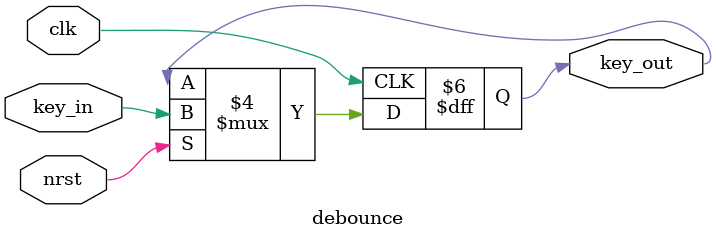
<source format=sv>
module debounce(
    input logic clk,
    input logic nrst,
    input logic key_in,
    output logic key_out
);

    logic [3:0] key_n;
    
    always_ff @(negedge nrst or posedge clk) begin
        if(nrst == 1'b0) begin
            key_n <= 4'b1111;
        end else begin
            key_out <= | key_in;
            key_n[3] <= key_n[2];
            key_n[2] <= key_n[1];
            key_n[1] <= key_n[0];
            key_n[0] <= key_in;
        end
    end

endmodule
</source>
